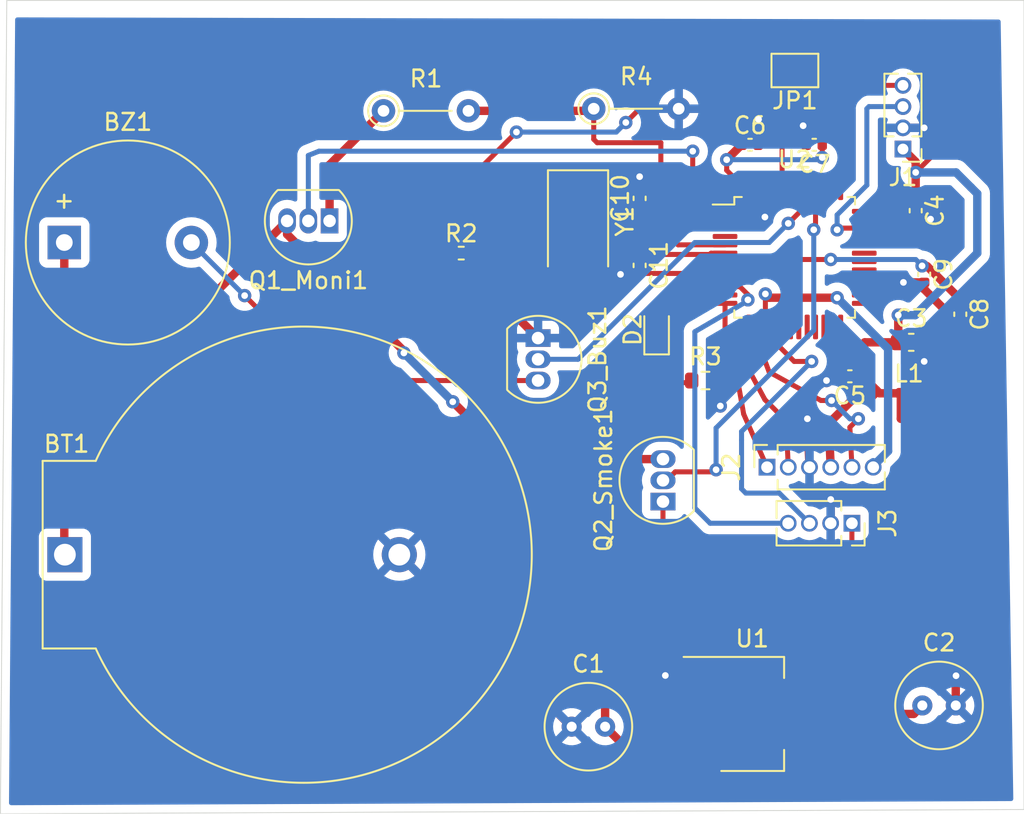
<source format=kicad_pcb>
(kicad_pcb (version 20211014) (generator pcbnew)
  (layers (0 "F.Cu" signal) (31 "B.Cu" signal) (34 "B.Paste" user) (35 "F.Paste" user) (36 "B.SilkS" user "B.Silkscreen") (37 "F.SilkS" user "F.Silkscreen") (38 "B.Mask" user) (39 "F.Mask" user) (44 "Edge.Cuts" user))
  (net 0 "")
  (net 1 "+5v")
  (net 2 "GND")
  (net 3 "Net-(BZ1-Pad2)")
  (net 4 "+3.3V")
  (net 5 "+3.3VA")
  (net 6 "/HSE_OUT")
  (net 7 "/HSE_IN")
  (net 8 "Net-(D2-Pad1)")
  (net 9 "/LED_STAT")
  (net 10 "SWDIO")
  (net 11 "SWCLK")
  (net 12 "PA6")
  (net 13 "PA0")
  (net 14 "PA2")
  (net 15 "PA3")
  (net 16 "PA4")
  (net 17 "PA5")
  (net 18 "/BOOT0")
  (net 19 "PC13")
  (net 20 "PB4")
  (net 21 "PB5")
  (net 22 "PC14")
  (net 46 "Net-(Q1_Moni1-Pad1)")
  (net 47 "Net-(J3-Pad1)")
  (footprint "Capacitor_SMD:C_0402_1005Metric" (layer "F.Cu") (at 159.893 78.613 -90)
    (fp_text reference "C4" (at 0 -1.16 90) (layer "F.SilkS"))
    (fp_text value "100n")
    (fp_line (start -0.107836 0.36) (end 0.107836 0.36) (layer "F.SilkS") (width 0.12))
    (fp_line (start -0.107836 -0.36) (end 0.107836 -0.36) (layer "F.SilkS") (width 0.12))
    (pad "1" smd roundrect (at -0.48 0 270) (size 0.56 0.62) (layers "F.Cu" "F.Paste" "F.Mask") (net 4 "+3.3V"))
    (pad "2" smd roundrect (at 0.48 0 270) (size 0.56 0.62) (layers "F.Cu" "F.Paste" "F.Mask") (net 2 "GND"))
  )
  (footprint "Package_TO_SOT_THT:TO-92_Inline" (layer "F.Cu") (at 137.308 86.233 -90)
    (fp_text reference "Q3_Buz1" (at 1.27 -3.56 90) (layer "F.SilkS"))
    (fp_text value "2N7000")
    (fp_line (start -0.53 1.85) (end 3.07 1.85) (layer "F.SilkS") (width 0.12))
    (fp_arc (start -0.568478 1.838478) (mid -1.132087 -0.994977) (end 1.27 -2.6) (layer "F.SilkS") (width 0.12))
    (fp_arc (start 1.27 -2.6) (mid 3.672087 -0.994977) (end 3.108478 1.838478) (layer "F.SilkS") (width 0.12))
    (pad "1" thru_hole rect (at 0 0 270) (size 1.05 1.5) (drill 0.75) (layers *.Cu *.Mask) (net 2 "GND"))
    (pad "2" thru_hole oval (at 1.27 0 270) (size 1.05 1.5) (drill 0.75) (layers *.Cu *.Mask) (net 21 "PB5"))
    (pad "3" thru_hole oval (at 2.54 0 270) (size 1.05 1.5) (drill 0.75) (layers *.Cu *.Mask) (net 3 "Net-(BZ1-Pad2)"))
  )
  (footprint "Capacitor_SMD:C_0402_1005Metric" (layer "F.Cu") (at 162.56 84.808 -90)
    (fp_text reference "C8" (at 0 -1.16 90) (layer "F.SilkS"))
    (fp_text value "1u")
    (fp_line (start -0.107836 0.36) (end 0.107836 0.36) (layer "F.SilkS") (width 0.12))
    (fp_line (start -0.107836 -0.36) (end 0.107836 -0.36) (layer "F.SilkS") (width 0.12))
    (pad "1" smd roundrect (at -0.48 0 270) (size 0.56 0.62) (layers "F.Cu" "F.Paste" "F.Mask") (net 5 "+3.3VA"))
    (pad "2" smd roundrect (at 0.48 0 270) (size 0.56 0.62) (layers "F.Cu" "F.Paste" "F.Mask") (net 2 "GND"))
  )
  (footprint "Capacitor_SMD:C_0402_1005Metric" (layer "F.Cu") (at 160.401 82.423 -90)
    (fp_text reference "C9" (at 0 -1.16 90) (layer "F.SilkS"))
    (fp_text value "100n")
    (fp_line (start -0.107836 0.36) (end 0.107836 0.36) (layer "F.SilkS") (width 0.12))
    (fp_line (start -0.107836 -0.36) (end 0.107836 -0.36) (layer "F.SilkS") (width 0.12))
    (pad "1" smd roundrect (at -0.48 0 270) (size 0.56 0.62) (layers "F.Cu" "F.Paste" "F.Mask") (net 5 "+3.3VA"))
    (pad "2" smd roundrect (at 0.48 0 270) (size 0.56 0.62) (layers "F.Cu" "F.Paste" "F.Mask") (net 2 "GND"))
  )
  (footprint "Resistor_SMD:R_0603_1608Metric" (layer "F.Cu") (at 147.32 88.773)
    (fp_text reference "R3" (at 0 -1.43) (layer "F.SilkS"))
    (fp_text value "1k5")
    (fp_line (start -0.237258 -0.5225) (end 0.237258 -0.5225) (layer "F.SilkS") (width 0.12))
    (fp_line (start -0.237258 0.5225) (end 0.237258 0.5225) (layer "F.SilkS") (width 0.12))
    (pad "1" smd roundrect (at -0.825 0) (size 0.8 0.95) (layers "F.Cu" "F.Paste" "F.Mask") (net 8 "Net-(D2-Pad1)"))
    (pad "2" smd roundrect (at 0.825 0) (size 0.8 0.95) (layers "F.Cu" "F.Paste" "F.Mask") (net 2 "GND"))
  )
  (footprint "Capacitor_THT:C_Radial_D5.0mm_H5.0mm_P2.00mm" (layer "F.Cu") (at 139.319 109.474)
    (fp_text reference "C1" (at 1 -3.75) (layer "F.SilkS"))
    (fp_text value "10u")
    (fp_circle (center 1 0) (end 3.62 0) (layer "F.SilkS") (width 0.12) (fill none))
    (pad "1" thru_hole circle (at 0 0) (size 1.2 1.2) (drill 0.6) (layers *.Cu *.Mask) (net 2 "GND"))
    (pad "2" thru_hole circle (at 2 0) (size 1.2 1.2) (drill 0.6) (layers *.Cu *.Mask) (net 1 "+5v"))
  )
  (footprint "Resistor_THT:R_Axial_DIN0204_L3.6mm_D1.6mm_P5.08mm_Vertical" (layer "F.Cu") (at 128.066 72.644)
    (fp_text reference "R1" (at 2.54 -1.92) (layer "F.SilkS"))
    (fp_text value "750R")
    (fp_line (start 0.92 0) (end 4.08 0) (layer "F.SilkS") (width 0.12))
    (fp_circle (center 0 0) (end 0.92 0) (layer "F.SilkS") (width 0.12) (fill none))
    (pad "1" thru_hole circle (at 0 0) (size 1.4 1.4) (drill 0.7) (layers *.Cu *.Mask) (net 46 "Net-(Q1_Moni1-Pad1)"))
    (pad "2" thru_hole oval (at 5.08 0) (size 1.4 1.4) (drill 0.7) (layers *.Cu *.Mask) (net 22 "PC14"))
  )
  (footprint "Package_TO_SOT_SMD:SOT-223-3_TabPin2" (layer "F.Cu") (at 150.114 108.712)
    (fp_text reference "U1" (at 0 -4.5) (layer "F.SilkS"))
    (fp_text value "HT7333-7")
    (fp_line (start -4.1 -3.41) (end 1.91 -3.41) (layer "F.SilkS") (width 0.12))
    (fp_line (start 1.91 3.41) (end 1.91 2.15) (layer "F.SilkS") (width 0.12))
    (fp_line (start -1.85 3.41) (end 1.91 3.41) (layer "F.SilkS") (width 0.12))
    (fp_line (start 1.91 -3.41) (end 1.91 -2.15) (layer "F.SilkS") (width 0.12))
    (pad "1" smd rect (at -3.15 -2.3) (size 2 1.5) (layers "F.Cu" "F.Paste" "F.Mask") (net 2 "GND"))
    (pad "2" smd rect (at -3.15 0) (size 2 1.5) (layers "F.Cu" "F.Paste" "F.Mask") (net 4 "+3.3V"))
    (pad "2" smd rect (at 3.15 0) (size 2 3.8) (layers "F.Cu" "F.Paste" "F.Mask") (net 4 "+3.3V"))
    (pad "3" smd rect (at -3.15 2.3) (size 2 1.5) (layers "F.Cu" "F.Paste" "F.Mask") (net 1 "+5v"))
  )
  (footprint "Package_TO_SOT_THT:TO-92_Inline" (layer "F.Cu") (at 124.841 79.227 180)
    (fp_text reference "Q1_Moni1" (at 1.27 -3.56) (layer "F.SilkS"))
    (fp_text value "2N7000")
    (fp_line (start -0.53 1.85) (end 3.07 1.85) (layer "F.SilkS") (width 0.12))
    (fp_arc (start -0.568478 1.838478) (mid -1.132087 -0.994977) (end 1.27 -2.6) (layer "F.SilkS") (width 0.12))
    (fp_arc (start 1.27 -2.6) (mid 3.672087 -0.994977) (end 3.108478 1.838478) (layer "F.SilkS") (width 0.12))
    (pad "1" thru_hole rect (at 0 0 180) (size 1.05 1.5) (drill 0.75) (layers *.Cu *.Mask) (net 46 "Net-(Q1_Moni1-Pad1)"))
    (pad "2" thru_hole oval (at 1.27 0 180) (size 1.05 1.5) (drill 0.75) (layers *.Cu *.Mask) (net 19 "PC13"))
    (pad "3" thru_hole oval (at 2.54 0 180) (size 1.05 1.5) (drill 0.75) (layers *.Cu *.Mask) (net 1 "+5v"))
  )
  (footprint "LED_SMD:LED_0603_1608Metric" (layer "F.Cu") (at 144.399 85.725 90)
    (fp_text reference "D2" (at 0 -1.43 90) (layer "F.SilkS"))
    (fp_text value "BLUE")
    (fp_line (start -1.485 -0.735) (end -1.485 0.735) (layer "F.SilkS") (width 0.12))
    (fp_line (start -1.485 0.735) (end 0.8 0.735) (layer "F.SilkS") (width 0.12))
    (fp_line (start 0.8 -0.735) (end -1.485 -0.735) (layer "F.SilkS") (width 0.12))
    (pad "1" smd roundrect (at -0.7875 0 90) (size 0.875 0.95) (layers "F.Cu" "F.Paste" "F.Mask") (net 8 "Net-(D2-Pad1)"))
    (pad "2" smd roundrect (at 0.7875 0 90) (size 0.875 0.95) (layers "F.Cu" "F.Paste" "F.Mask") (net 9 "/LED_STAT"))
  )
  (footprint "Jumper:SolderJumper-2_P1.3mm_Open_Pad1.0x1.5mm" (layer "F.Cu") (at 152.669 70.231 180)
    (fp_text reference "JP1" (at 0 -1.8) (layer "F.SilkS"))
    (fp_text value "SolderJumper_2_Open")
    (fp_line (start 1.4 -1) (end 1.4 1) (layer "F.SilkS") (width 0.12))
    (fp_line (start -1.4 -1) (end 1.4 -1) (layer "F.SilkS") (width 0.12))
    (fp_line (start 1.4 1) (end -1.4 1) (layer "F.SilkS") (width 0.12))
    (fp_line (start -1.4 1) (end -1.4 -1) (layer "F.SilkS") (width 0.12))
    (pad "1" smd rect (at -0.65 0 180) (size 1 1.5) (layers "F.Cu" "F.Mask") (net 4 "+3.3V"))
    (pad "2" smd rect (at 0.65 0 180) (size 1 1.5) (layers "F.Cu" "F.Mask") (net 18 "/BOOT0"))
  )
  (footprint "Resistor_SMD:R_0402_1005Metric" (layer "F.Cu") (at 132.715 81.153)
    (fp_text reference "R2" (at 0 -1.17) (layer "F.SilkS"))
    (fp_text value "10k")
    (fp_line (start -0.153641 -0.38) (end 0.153641 -0.38) (layer "F.SilkS") (width 0.12))
    (fp_line (start -0.153641 0.38) (end 0.153641 0.38) (layer "F.SilkS") (width 0.12))
    (pad "1" smd roundrect (at -0.51 0) (size 0.54 0.64) (layers "F.Cu" "F.Paste" "F.Mask") (net 18 "/BOOT0"))
    (pad "2" smd roundrect (at 0.51 0) (size 0.54 0.64) (layers "F.Cu" "F.Paste" "F.Mask") (net 2 "GND"))
  )
  (footprint "Connector_PinSocket_1.27mm:PinSocket_1x06_P1.27mm_Vertical" (layer "F.Cu") (at 151.003 93.955 90)
    (fp_text reference "J2" (at 0 -2.135 90) (layer "F.SilkS"))
    (fp_text value "Conn_01x06")
    (fp_line (start -1.33 0.635) (end -1.33 7.045) (layer "F.SilkS") (width 0.12))
    (fp_line (start -1.33 7.045) (end -0.30753 7.045) (layer "F.SilkS") (width 0.12))
    (fp_line (start 1.33 0.635) (end 1.33 7.045) (layer "F.SilkS") (width 0.12))
    (fp_line (start 0.30753 7.045) (end 1.33 7.045) (layer "F.SilkS") (width 0.12))
    (fp_line (start -1.33 0.635) (end -0.76 0.635) (layer "F.SilkS") (width 0.12))
    (fp_line (start 1.33 -0.76) (end 1.33 0) (layer "F.SilkS") (width 0.12))
    (fp_line (start 0.76 0.635) (end 1.33 0.635) (layer "F.SilkS") (width 0.12))
    (fp_line (start 0 -0.76) (end 1.33 -0.76) (layer "F.SilkS") (width 0.12))
    (pad "1" thru_hole rect (at 0 0 90) (size 1 1) (drill 0.7) (layers *.Cu *.Mask) (net 14 "PA2"))
    (pad "2" thru_hole oval (at 0 1.27 90) (size 1 1) (drill 0.7) (layers *.Cu *.Mask) (net 15 "PA3"))
    (pad "3" thru_hole oval (at 0 2.54 90) (size 1 1) (drill 0.7) (layers *.Cu *.Mask) (net 2 "GND"))
    (pad "4" thru_hole oval (at 0 3.81 90) (size 1 1) (drill 0.7) (layers *.Cu *.Mask) (net 4 "+3.3V"))
    (pad "5" thru_hole oval (at 0 5.08 90) (size 1 1) (drill 0.7) (layers *.Cu *.Mask) (net 16 "PA4"))
    (pad "6" thru_hole oval (at 0 6.35 90) (size 1 1) (drill 0.7) (layers *.Cu *.Mask) (net 17 "PA5"))
  )
  (footprint "Capacitor_SMD:C_0402_1005Metric" (layer "F.Cu") (at 143.383 77.879 90)
    (fp_text reference "C10" (at 0 -1.16 90) (layer "F.SilkS"))
    (fp_text value "30p")
    (fp_line (start -0.107836 -0.36) (end 0.107836 -0.36) (layer "F.SilkS") (width 0.12))
    (fp_line (start -0.107836 0.36) (end 0.107836 0.36) (layer "F.SilkS") (width 0.12))
    (pad "1" smd roundrect (at -0.48 0 90) (size 0.56 0.62) (layers "F.Cu" "F.Paste" "F.Mask") (net 6 "/HSE_OUT"))
    (pad "2" smd roundrect (at 0.48 0 90) (size 0.56 0.62) (layers "F.Cu" "F.Paste" "F.Mask") (net 2 "GND"))
  )
  (footprint "Buzzer_Beeper:Buzzer_12x9.5RM7.6" (layer "F.Cu") (at 108.976 80.518)
    (fp_text reference "BZ1" (at 3.8 -7.2) (layer "F.SilkS"))
    (fp_text value "Buzzer")
    (fp_text user "+" (at -0.01 -2.54) (layer "F.SilkS"))
    (fp_circle (center 3.8 0) (end 9.9 0) (layer "F.SilkS") (width 0.12) (fill none))
    (pad "1" thru_hole rect (at 0 0) (size 2 2) (drill 1) (layers *.Cu *.Mask) (net 1 "+5v"))
    (pad "2" thru_hole circle (at 7.6 0) (size 2 2) (drill 1) (layers *.Cu *.Mask) (net 3 "Net-(BZ1-Pad2)"))
  )
  (footprint "Crystal:Crystal_SMD_5032-2Pin_5.0x3.2mm" (layer "F.Cu") (at 139.7 79.248 -90)
    (fp_text reference "Y1" (at 0 -2.8 90) (layer "F.SilkS"))
    (fp_text value "8MHz")
    (fp_line (start -3.05 -1.8) (end -3.05 1.8) (layer "F.SilkS") (width 0.12))
    (fp_line (start 2.7 -1.8) (end -3.05 -1.8) (layer "F.SilkS") (width 0.12))
    (fp_line (start -3.05 1.8) (end 2.7 1.8) (layer "F.SilkS") (width 0.12))
    (pad "1" smd rect (at -1.85 0 270) (size 2 2.4) (layers "F.Cu" "F.Paste" "F.Mask") (net 6 "/HSE_OUT"))
    (pad "2" smd rect (at 1.85 0 270) (size 2 2.4) (layers "F.Cu" "F.Paste" "F.Mask") (net 7 "/HSE_IN"))
  )
  (footprint "Capacitor_SMD:C_0402_1005Metric" (layer "F.Cu") (at 149.987 74.676)
    (fp_text reference "C6" (at 0 -1.16) (layer "F.SilkS"))
    (fp_text value "100n")
    (fp_line (start -0.107836 -0.36) (end 0.107836 -0.36) (layer "F.SilkS") (width 0.12))
    (fp_line (start -0.107836 0.36) (end 0.107836 0.36) (layer "F.SilkS") (width 0.12))
    (pad "1" smd roundrect (at -0.48 0) (size 0.56 0.62) (layers "F.Cu" "F.Paste" "F.Mask") (net 4 "+3.3V"))
    (pad "2" smd roundrect (at 0.48 0) (size 0.56 0.62) (layers "F.Cu" "F.Paste" "F.Mask") (net 2 "GND"))
  )
  (footprint "Inductor_SMD:L_0402_1005Metric" (layer "F.Cu") (at 159.489 89.535)
    (fp_text reference "L1" (at 0 -1.17) (layer "F.SilkS"))
    (fp_text value "27n")
    (pad "1" smd roundrect (at -0.485 0) (size 0.59 0.64) (layers "F.Cu" "F.Paste" "F.Mask") (net 4 "+3.3V"))
    (pad "2" smd roundrect (at 0.485 0) (size 0.59 0.64) (layers "F.Cu" "F.Paste" "F.Mask") (net 5 "+3.3VA"))
  )
  (footprint "Capacitor_THT:C_Radial_D5.0mm_H5.0mm_P2.00mm" (layer "F.Cu") (at 160.29 108.204)
    (fp_text reference "C2" (at 1 -3.75) (layer "F.SilkS"))
    (fp_text value "10u")
    (fp_circle (center 1 0) (end 3.62 0) (layer "F.SilkS") (width 0.12) (fill none))
    (pad "1" thru_hole circle (at 0 0) (size 1.2 1.2) (drill 0.6) (layers *.Cu *.Mask) (net 4 "+3.3V"))
    (pad "2" thru_hole circle (at 2 0) (size 1.2 1.2) (drill 0.6) (layers *.Cu *.Mask) (net 2 "GND"))
  )
  (footprint "Capacitor_SMD:C_0603_1608Metric" (layer "F.Cu") (at 159.626 86.487)
    (fp_text reference "C3" (at 0 -1.43) (layer "F.SilkS"))
    (fp_text value "4u7")
    (fp_line (start -0.14058 -0.51) (end 0.14058 -0.51) (layer "F.SilkS") (width 0.12))
    (fp_line (start -0.14058 0.51) (end 0.14058 0.51) (layer "F.SilkS") (width 0.12))
    (pad "1" smd roundrect (at -0.775 0) (size 0.9 0.95) (layers "F.Cu" "F.Paste" "F.Mask") (net 4 "+3.3V"))
    (pad "2" smd roundrect (at 0.775 0) (size 0.9 0.95) (layers "F.Cu" "F.Paste" "F.Mask") (net 2 "GND"))
  )
  (footprint "Capacitor_SMD:C_0402_1005Metric" (layer "F.Cu") (at 153.825 74.676 180)
    (fp_text reference "C7" (at 0 -1.16) (layer "F.SilkS"))
    (fp_text value "100n")
    (fp_line (start -0.107836 -0.36) (end 0.107836 -0.36) (layer "F.SilkS") (width 0.12))
    (fp_line (start -0.107836 0.36) (end 0.107836 0.36) (layer "F.SilkS") (width 0.12))
    (pad "1" smd roundrect (at -0.48 0 180) (size 0.56 0.62) (layers "F.Cu" "F.Paste" "F.Mask") (net 4 "+3.3V"))
    (pad "2" smd roundrect (at 0.48 0 180) (size 0.56 0.62) (layers "F.Cu" "F.Paste" "F.Mask") (net 2 "GND"))
  )
  (footprint "Package_QFP:LQFP-48_7x7mm_P0.5mm" (layer "F.Cu") (at 152.654 81.407)
    (fp_text reference "U2" (at 0 -5.85) (layer "F.SilkS"))
    (fp_text value "STM32F103C6T6")
    (fp_line (start 3.16 3.61) (end 3.61 3.61) (layer "F.SilkS") (width 0.12))
    (fp_line (start 3.16 -3.61) (end 3.61 -3.61) (layer "F.SilkS") (width 0.12))
    (fp_line (start -3.61 3.61) (end -3.61 3.16) (layer "F.SilkS") (width 0.12))
    (fp_line (start 3.61 3.61) (end 3.61 3.16) (layer "F.SilkS") (width 0.12))
    (fp_line (start 3.61 -3.61) (end 3.61 -3.16) (layer "F.SilkS") (width 0.12))
    (fp_line (start -3.61 -3.61) (end -3.61 -3.16) (layer "F.SilkS") (width 0.12))
    (fp_line (start -3.16 -3.61) (end -3.61 -3.61) (layer "F.SilkS") (width 0.12))
    (fp_line (start -3.16 3.61) (end -3.61 3.61) (layer "F.SilkS") (width 0.12))
    (fp_line (start -3.61 -3.16) (end -4.9 -3.16) (layer "F.SilkS") (width 0.12))
    (pad "1" smd roundrect (at -4.1625 -2.75) (size 1.475 0.3) (layers "F.Cu" "F.Paste" "F.Mask") (net 4 "+3.3V"))
    (pad "2" smd roundrect (at -4.1625 -2.25) (size 1.475 0.3) (layers "F.Cu" "F.Paste" "F.Mask") (net 19 "PC13"))
    (pad "3" smd roundrect (at -4.1625 -1.75) (size 1.475 0.3) (layers "F.Cu" "F.Paste" "F.Mask") (net 22 "PC14"))
    (pad "4" smd roundrect (at -4.1625 -1.25) (size 1.475 0.3) (layers "F.Cu" "F.Paste" "F.Mask"))
    (pad "5" smd roundrect (at -4.1625 -0.75) (size 1.475 0.3) (layers "F.Cu" "F.Paste" "F.Mask") (net 6 "/HSE_OUT"))
    (pad "6" smd roundrect (at -4.1625 -0.25) (size 1.475 0.3) (layers "F.Cu" "F.Paste" "F.Mask") (net 7 "/HSE_IN"))
    (pad "7" smd roundrect (at -4.1625 0.25) (size 1.475 0.3) (layers "F.Cu" "F.Paste" "F.Mask"))
    (pad "8" smd roundrect (at -4.1625 0.75) (size 1.475 0.3) (layers "F.Cu" "F.Paste" "F.Mask") (net 2 "GND"))
    (pad "9" smd roundrect (at -4.1625 1.25) (size 1.475 0.3) (layers "F.Cu" "F.Paste" "F.Mask") (net 5 "+3.3VA"))
    (pad "10" smd roundrect (at -4.1625 1.75) (size 1.475 0.3) (layers "F.Cu" "F.Paste" "F.Mask") (net 13 "PA0"))
    (pad "11" smd roundrect (at -4.1625 2.25) (size 1.475 0.3) (layers "F.Cu" "F.Paste" "F.Mask") (net 9 "/LED_STAT"))
    (pad "12" smd roundrect (at -4.1625 2.75) (size 1.475 0.3) (layers "F.Cu" "F.Paste" "F.Mask") (net 14 "PA2"))
    (pad "13" smd roundrect (at -2.75 4.1625) (size 0.3 1.475) (layers "F.Cu" "F.Paste" "F.Mask") (net 15 "PA3"))
    (pad "14" smd roundrect (at -2.25 4.1625) (size 0.3 1.475) (layers "F.Cu" "F.Paste" "F.Mask") (net 16 "PA4"))
    (pad "15" smd roundrect (at -1.75 4.1625) (size 0.3 1.475) (layers "F.Cu" "F.Paste" "F.Mask") (net 17 "PA5"))
    (pad "16" smd roundrect (at -1.25 4.1625) (size 0.3 1.475) (layers "F.Cu" "F.Paste" "F.Mask") (net 12 "PA6"))
    (pad "17" smd roundrect (at -0.75 4.1625) (size 0.3 1.475) (layers "F.Cu" "F.Paste" "F.Mask"))
    (pad "18" smd roundrect (at -0.25 4.1625) (size 0.3 1.475) (layers "F.Cu" "F.Paste" "F.Mask"))
    (pad "19" smd roundrect (at 0.25 4.1625) (size 0.3 1.475) (layers "F.Cu" "F.Paste" "F.Mask"))
    (pad "20" smd roundrect (at 0.75 4.1625) (size 0.3 1.475) (layers "F.Cu" "F.Paste" "F.Mask"))
    (pad "21" smd roundrect (at 1.25 4.1625) (size 0.3 1.475) (layers "F.Cu" "F.Paste" "F.Mask"))
    (pad "22" smd roundrect (at 1.75 4.1625) (size 0.3 1.475) (layers "F.Cu" "F.Paste" "F.Mask"))
    (pad "23" smd roundrect (at 2.25 4.1625) (size 0.3 1.475) (layers "F.Cu" "F.Paste" "F.Mask") (net 2 "GND"))
    (pad "24" smd roundrect (at 2.75 4.1625) (size 0.3 1.475) (layers "F.Cu" "F.Paste" "F.Mask") (net 4 "+3.3V"))
    (pad "25" smd roundrect (at 4.1625 2.75) (size 1.475 0.3) (layers "F.Cu" "F.Paste" "F.Mask"))
    (pad "26" smd roundrect (at 4.1625 2.25) (size 1.475 0.3) (layers "F.Cu" "F.Paste" "F.Mask"))
    (pad "27" smd roundrect (at 4.1625 1.75) (size 1.475 0.3) (layers "F.Cu" "F.Paste" "F.Mask"))
    (pad "28" smd roundrect (at 4.1625 1.25) (size 1.475 0.3) (layers "F.Cu" "F.Paste" "F.Mask"))
    (pad "29" smd roundrect (at 4.1625 0.75) (size 1.475 0.3) (layers "F.Cu" "F.Paste" "F.Mask"))
    (pad "30" smd roundrect (at 4.1625 0.25) (size 1.475 0.3) (layers "F.Cu" "F.Paste" "F.Mask"))
    (pad "31" smd roundrect (at 4.1625 -0.25) (size 1.475 0.3) (layers "F.Cu" "F.Paste" "F.Mask"))
    (pad "32" smd roundrect (at 4.1625 -0.75) (size 1.475 0.3) (layers "F.Cu" "F.Paste" "F.Mask"))
    (pad "33" smd roundrect (at 4.1625 -1.25) (size 1.475 0.3) (layers "F.Cu" "F.Paste" "F.Mask"))
    (pad "34" smd roundrect (at 4.1625 -1.75) (size 1.475 0.3) (layers "F.Cu" "F.Paste" "F.Mask") (net 10 "SWDIO"))
    (pad "35" smd roundrect (at 4.1625 -2.25) (size 1.475 0.3) (layers "F.Cu" "F.Paste" "F.Mask") (net 2 "GND"))
    (pad "36" smd roundrect (at 4.1625 -2.75) (size 1.475 0.3) (layers "F.Cu" "F.Paste" "F.Mask") (net 4 "+3.3V"))
    (pad "37" smd roundrect (at 2.75 -4.1625) (size 0.3 1.475) (layers "F.Cu" "F.Paste" "F.Mask") (net 11 "SWCLK"))
    (pad "38" smd roundrect (at 2.25 -4.1625) (size 0.3 1.475) (layers "F.Cu" "F.Paste" "F.Mask"))
    (pad "39" smd roundrect (at 1.75 -4.1625) (size 0.3 1.475) (layers "F.Cu" "F.Paste" "F.Mask"))
    (pad "40" smd roundrect (at 1.25 -4.1625) (size 0.3 1.475) (layers "F.Cu" "F.Paste" "F.Mask") (net 20 "PB4"))
    (pad "41" smd roundrect (at 0.75 -4.1625) (size 0.3 1.475) (layers "F.Cu" "F.Paste" "F.Mask") (net 21 "PB5"))
    (pad "42" smd roundrect (at 0.25 -4.1625) (size 0.3 1.475) (layers "F.Cu" "F.Paste" "F.Mask"))
    (pad "43" smd roundrect (at -0.25 -4.1625) (size 0.3 1.475) (layers "F.Cu" "F.Paste" "F.Mask"))
    (pad "44" smd roundrect (at -0.75 -4.1625) (size 0.3 1.475) (layers "F.Cu" "F.Paste" "F.Mask") (net 18 "/BOOT0"))
    (pad "45" smd roundrect (at -1.25 -4.1625) (size 0.3 1.475) (layers "F.Cu" "F.Paste" "F.Mask"))
    (pad "46" smd roundrect (at -1.75 -4.1625) (size 0.3 1.475) (layers "F.Cu" "F.Paste" "F.Mask"))
    (pad "47" smd roundrect (at -2.25 -4.1625) (size 0.3 1.475) (layers "F.Cu" "F.Paste" "F.Mask") (net 2 "GND"))
    (pad "48" smd roundrect (at -2.75 -4.1625) (size 0.3 1.475) (layers "F.Cu" "F.Paste" "F.Mask") (net 4 "+3.3V"))
  )
  (footprint "Package_TO_SOT_THT:TO-92_Inline" (layer "F.Cu") (at 144.78 96.012 90)
    (fp_text reference "Q2_Smoke1" (at 1.27 -3.56 90) (layer "F.SilkS"))
    (fp_text value "2N7000")
    (fp_line (start -0.53 1.85) (end 3.07 1.85) (layer "F.SilkS") (width 0.12))
    (fp_arc (start 1.27 -2.6) (mid 3.672087 -0.994977) (end 3.108478 1.838478) (layer "F.SilkS") (width 0.12))
    (fp_arc (start -0.568478 1.838478) (mid -1.132087 -0.994977) (end 1.27 -2.6) (layer "F.SilkS") (width 0.12))
    (pad "1" thru_hole rect (at 0 0 90) (size 1.05 1.5) (drill 0.75) (layers *.Cu *.Mask) (net 47 "Net-(J3-Pad1)"))
    (pad "2" thru_hole oval (at 1.27 0 90) (size 1.05 1.5) (drill 0.75) (layers *.Cu *.Mask) (net 20 "PB4"))
    (pad "3" thru_hole oval (at 2.54 0 90) (size 1.05 1.5) (drill 0.75) (layers *.Cu *.Mask) (net 1 "+5v"))
  )
  (footprint "Capacitor_SMD:C_0402_1005Metric" (layer "F.Cu") (at 155.956 88.519 180)
    (fp_text reference "C5" (at 0 -1.16) (layer "F.SilkS"))
    (fp_text value "100n")
    (fp_line (start -0.107836 -0.36) (end 0.107836 -0.36) (layer "F.SilkS") (width 0.12))
    (fp_line (start -0.107836 0.36) (end 0.107836 0.36) (layer "F.SilkS") (width 0.12))
    (pad "1" smd roundrect (at -0.48 0 180) (size 0.56 0.62) (layers "F.Cu" "F.Paste" "F.Mask") (net 4 "+3.3V"))
    (pad "2" smd roundrect (at 0.48 0 180) (size 0.56 0.62) (layers "F.Cu" "F.Paste" "F.Mask") (net 2 "GND"))
  )
  (footprint "Capacitor_SMD:C_0402_1005Metric" (layer "F.Cu") (at 143.383 81.887 -90)
    (fp_text reference "C11" (at 0 -1.16 90) (layer "F.SilkS"))
    (fp_text value "30p")
    (fp_line (start -0.107836 -0.36) (end 0.107836 -0.36) (layer "F.SilkS") (width 0.12))
    (fp_line (start -0.107836 0.36) (end 0.107836 0.36) (layer "F.SilkS") (width 0.12))
    (pad "1" smd roundrect (at -0.48 0 270) (size 0.56 0.62) (layers "F.Cu" "F.Paste" "F.Mask") (net 7 "/HSE_IN"))
    (pad "2" smd roundrect (at 0.48 0 270) (size 0.56 0.62) (layers "F.Cu" "F.Paste" "F.Mask") (net 2 "GND"))
  )
  (footprint "Connector_PinHeader_1.27mm:PinHeader_1x04_P1.27mm_Vertical" (layer "F.Cu") (at 159.131 74.93 180)
    (fp_text reference "J1" (at 0 -1.695) (layer "F.SilkS"))
    (fp_text value "Conn_01x04")
    (fp_line (start -1.11 0) (end -1.11 -0.76) (layer "F.SilkS") (width 0.12))
    (fp_line (start -1.11 4.505) (end -0.30753 4.505) (layer "F.SilkS") (width 0.12))
    (fp_line (start 1.11 0.76) (end 1.11 4.505) (layer "F.SilkS") (width 0.12))
    (fp_line (start 0.563471 0.76) (end 1.11 0.76) (layer "F.SilkS") (width 0.12))
    (fp_line (start -1.11 -0.76) (end 0 -0.76) (layer "F.SilkS") (width 0.12))
    (fp_line (start -1.11 0.76) (end -1.11 4.505) (layer "F.SilkS") (width 0.12))
    (fp_line (start -1.11 0.76) (end -0.563471 0.76) (layer "F.SilkS") (width 0.12))
    (fp_line (start 0.30753 4.505) (end 1.11 4.505) (layer "F.SilkS") (width 0.12))
    (pad "1" thru_hole rect (at 0 0 180) (size 1 1) (drill 0.65) (layers *.Cu *.Mask) (net 4 "+3.3V"))
    (pad "2" thru_hole oval (at 0 1.27 180) (size 1 1) (drill 0.65) (layers *.Cu *.Mask) (net 2 "GND"))
    (pad "3" thru_hole oval (at 0 2.54 180) (size 1 1) (drill 0.65) (layers *.Cu *.Mask) (net 10 "SWDIO"))
    (pad "4" thru_hole oval (at 0 3.81 180) (size 1 1) (drill 0.65) (layers *.Cu *.Mask) (net 11 "SWCLK"))
  )
  (footprint "Connector_PinSocket_1.27mm:PinSocket_1x04_P1.27mm_Vertical" (layer "F.Cu") (at 156.078 97.307 -90)
    (fp_text reference "J3" (at 0 -2.135 90) (layer "F.SilkS"))
    (fp_text value "Conn_01x04")
    (fp_line (start 0 -0.76) (end 1.33 -0.76) (layer "F.SilkS") (width 0.12))
    (fp_line (start 1.33 -0.76) (end 1.33 0) (layer "F.SilkS") (width 0.12))
    (fp_line (start -1.33 4.505) (end -0.30753 4.505) (layer "F.SilkS") (width 0.12))
    (fp_line (start -1.33 0.635) (end -0.76 0.635) (layer "F.SilkS") (width 0.12))
    (fp_line (start 0.76 0.635) (end 1.33 0.635) (layer "F.SilkS") (width 0.12))
    (fp_line (start 1.33 0.635) (end 1.33 4.505) (layer "F.SilkS") (width 0.12))
    (fp_line (start -1.33 0.635) (end -1.33 4.505) (layer "F.SilkS") (width 0.12))
    (fp_line (start 0.30753 4.505) (end 1.33 4.505) (layer "F.SilkS") (width 0.12))
    (pad "1" thru_hole rect (at 0 0 270) (size 1 1) (drill 0.7) (layers *.Cu *.Mask) (net 47 "Net-(J3-Pad1)"))
    (pad "2" thru_hole oval (at 0 1.27 270) (size 1 1) (drill 0.7) (layers *.Cu *.Mask) (net 2 "GND"))
    (pad "3" thru_hole oval (at 0 2.54 270) (size 1 1) (drill 0.7) (layers *.Cu *.Mask) (net 12 "PA6"))
    (pad "4" thru_hole oval (at 0 3.81 270) (size 1 1) (drill 0.7) (layers *.Cu *.Mask) (net 13 "PA0"))
  )
  (footprint "Battery:BatteryHolder_ComfortableElectronic_CH273-2450_1x2450" (layer "F.Cu") (at 109.011914 99.187)
    (fp_text reference "BT1" (at 0.1 -6.62) (layer "F.SilkS"))
    (fp_text value "+5V")
    (fp_line (start -1.33 -5.61) (end 1.845 -5.61) (layer "F.SilkS") (width 0.12))
    (fp_line (start 1.845 5.61) (end -1.33 5.61) (layer "F.SilkS") (width 0.12))
    (fp_line (start -1.33 5.61) (end -1.33 -5.61) (layer "F.SilkS") (width 0.12))
    (fp_arc (start 1.845 -5.61) (mid 27.921896 0) (end 1.845 5.61) (layer "F.SilkS") (width 0.12))
    (pad "1" thru_hole rect (at 0 0 270) (size 2.1 2.1) (drill 1.3) (layers *.Cu *.Mask) (net 1 "+5v"))
    (pad "2" thru_hole circle (at 20 0 270) (size 2.1 2.1) (drill 1.3) (layers *.Cu *.Mask) (net 2 "GND"))
  )
  (footprint "Resistor_THT:R_Axial_DIN0204_L3.6mm_D1.6mm_P5.08mm_Vertical" (layer "F.Cu") (at 140.639 72.517)
    (fp_text reference "R4" (at 2.54 -1.92) (layer "F.SilkS"))
    (fp_text value "500R")
    (fp_line (start 0.92 0) (end 4.08 0) (layer "F.SilkS") (width 0.12))
    (fp_circle (center 0 0) (end 0.92 0) (layer "F.SilkS") (width 0.12) (fill none))
    (pad "1" thru_hole circle (at 0 0) (size 1.4 1.4) (drill 0.7) (layers *.Cu *.Mask) (net 22 "PC14"))
    (pad "2" thru_hole oval (at 5.08 0) (size 1.4 1.4) (drill 0.7) (layers *.Cu *.Mask) (net 2 "GND"))
  )
  (gr_poly (pts (xy 166.37 114.427) (xy 105.156 114.681) (xy 105.537 66.04) (xy 166.37 66.04)) (layer "Edge.Cuts") (width 0.05) (fill none))
  (segment (start 122.301 79.227) (end 117.444 84.084) (width 0.5) (layer "F.Cu") (net 1))
  (segment (start 141.319 108.172) (end 138.938 105.791) (width 0.5) (layer "F.Cu") (net 1))
  (segment (start 142.857 111.012) (end 146.964 111.012) (width 0.5) (layer "F.Cu") (net 1))
  (segment (start 122.301 80.027) (end 129.286 87.012) (width 0.5) (layer "F.Cu") (net 1))
  (segment (start 138.811 93.599) (end 138.938 93.472) (width 0.5) (layer "F.Cu") (net 1))
  (segment (start 132.207 90.043) (end 135.763 93.599) (width 0.5) (layer "F.Cu") (net 1))
  (segment (start 129.286 87.012) (end 129.286 87.122) (width 0.5) (layer "F.Cu") (net 1))
  (segment (start 141.319 109.474) (end 141.319 108.172) (width 0.5) (layer "F.Cu") (net 1))
  (segment (start 108.976 84.084) (end 108.976 99.151086) (width 0.5) (layer "F.Cu") (net 1))
  (segment (start 138.938 93.472) (end 144.78 93.472) (width 0.5) (layer "F.Cu") (net 1))
  (segment (start 117.444 84.084) (end 108.976 84.084) (width 0.5) (layer "F.Cu") (net 1))
  (segment (start 108.976 99.151086) (end 109.011914 99.187) (width 0.5) (layer "F.Cu") (net 1))
  (segment (start 135.763 93.599) (end 138.811 93.599) (width 0.5) (layer "F.Cu") (net 1))
  (segment (start 122.301 79.227) (end 122.301 80.027) (width 0.5) (layer "F.Cu") (net 1))
  (segment (start 108.976 80.518) (end 108.976 84.084) (width 0.5) (layer "F.Cu") (net 1))
  (segment (start 141.319 109.474) (end 142.857 111.012) (width 0.5) (layer "F.Cu") (net 1))
  (segment (start 138.938 105.791) (end 138.938 93.472) (width 0.5) (layer "F.Cu") (net 1))
  (via (at 132.207 90.043) (size 0.8) (drill 0.4) (layers "F.Cu" "B.Cu") (net 1))
  (via (at 129.286 87.122) (size 0.8) (drill 0.4) (layers "F.Cu" "B.Cu") (net 1))
  (segment (start 129.286 87.122) (end 132.207 90.043) (width 0.5) (layer "B.Cu") (net 1))
  (segment (start 133.225 82.15) (end 137.308 86.233) (width 0.5) (layer "F.Cu") (net 2))
  (segment (start 150.404 78.522) (end 150.876 78.994) (width 0.3) (layer "F.Cu") (net 2))
  (segment (start 160.401 82.903) (end 159.159 82.903) (width 0.5) (layer "F.Cu") (net 2))
  (segment (start 150.467 73.18) (end 150.495 73.152) (width 0.5) (layer "F.Cu") (net 2))
  (segment (start 160.401 82.903) (end 160.401 83.312707) (width 0.5) (layer "F.Cu") (net 2))
  (segment (start 136.133957 106.309043) (end 139.298914 109.474) (width 0.5) (layer "F.Cu") (net 2))
  (segment (start 155.476 88.519) (end 154.813 88.519) (width 0.3) (layer "F.Cu") (net 2))
  (segment (start 159.829 79.157) (end 159.893 79.093) (width 0.3) (layer "F.Cu") (net 2))
  (segment (start 156.8165 79.157) (end 159.829 79.157) (width 0.3) (layer "F.Cu") (net 2))
  (segment (start 161.361 86.487) (end 162.56 85.288) (width 0.5) (layer "F.Cu") (net 2))
  (segment (start 133.225 81.153) (end 133.225 82.15) (width 0.5) (layer "F.Cu") (net 2))
  (segment (start 142.55 82.367) (end 142.494 82.423) (width 0.5) (layer "F.Cu") (net 2))
  (segment (start 160.401 83.312707) (end 162.376293 85.288) (width 0.5) (layer "F.Cu") (net 2))
  (segment (start 153.345 73.716) (end 153.162 73.533) (width 0.5) (layer "F.Cu") (net 2))
  (segment (start 148.145 88.773) (end 148.145 90.233) (width 0.5) (layer "F.Cu") (net 2))
  (segment (start 162.376293 85.288) (end 162.56 85.288) (width 0.5) (layer "F.Cu") (net 2))
  (segment (start 159.893 79.093) (end 160.754 79.093) (width 0.3) (layer "F.Cu") (net 2))
  (segment (start 150.467 74.492293) (end 150.467 74.676) (width 0.5) (layer "F.Cu") (net 2))
  (segment (start 153.543 93.955) (end 153.416 91.059) (width 0.5) (layer "F.Cu") (net 2))
  (segment (start 148.145 90.233) (end 148.209 90.297) (width 0.5) (layer "F.Cu") (net 2))
  (segment (start 147.122 82.367) (end 143.383 82.367) (width 0.3) (layer "F.Cu") (net 2))
  (segment (start 154.808 97.307) (end 154.808 95.89) (width 0.5) (layer "F.Cu") (net 2))
  (segment (start 162.29 106.442) (end 162.306 106.426) (width 0.5) (layer "F.Cu") (net 2))
  (segment (start 139.298914 109.474) (end 139.319 109.474) (width 0.5) (layer "F.Cu") (net 2))
  (segment (start 143.383 82.367) (end 142.55 82.367) (width 0.5) (layer "F.Cu") (net 2))
  (segment (start 154.808 95.89) (end 154.813 95.885) (width 0.5) (layer "F.Cu") (net 2))
  (segment (start 150.404 77.2445) (end 150.404 78.522) (width 0.3) (layer "F.Cu") (net 2))
  (segment (start 160.754 79.093) (end 160.782 79.121) (width 0.3) (layer "F.Cu") (net 2))
  (segment (start 160.401 86.487) (end 161.361 86.487) (width 0.5) (layer "F.Cu") (net 2))
  (segment (start 148.491707 72.517) (end 150.467 74.492293) (width 0.5) (layer "F.Cu") (net 2))
  (segment (start 144.78 106.553) (end 144.921 106.412) (width 0.5) (layer "F.Cu") (net 2))
  (segment (start 147.332 82.157) (end 147.122 82.367) (width 0.3) (layer "F.Cu") (net 2))
  (segment (start 154.813 88.519) (end 154.559 88.773) (width 0.3) (layer "F.Cu") (net 2))
  (segment (start 154.904 87.947) (end 154.904 85.5695) (width 0.3) (layer "F.Cu") (net 2))
  (segment (start 155.476 88.519) (end 154.904 87.947) (width 0.3) (layer "F.Cu") (net 2))
  (segment (start 150.467 74.676) (end 150.467 73.18) (width 0.5) (layer "F.Cu") (net 2))
  (segment (start 129.011914 99.187) (end 136.133957 106.309043) (width 0.5) (layer "F.Cu") (net 2))
  (segment (start 143.383 77.399) (end 143.383 76.581) (width 0.3) (layer "F.Cu") (net 2))
  (segment (start 153.345 74.676) (end 153.345 73.716) (width 0.5) (layer "F.Cu") (net 2))
  (segment (start 148.4915 82.157) (end 147.332 82.157) (width 0.3) (layer "F.Cu") (net 2))
  (segment (start 145.719 72.517) (end 148.491707 72.517) (width 0.5) (layer "F.Cu") (net 2))
  (segment (start 159.131 73.66) (end 160.401 73.66) (width 0.5) (layer "F.Cu") (net 2))
  (segment (start 162.29 108.204) (end 162.29 106.442) (width 0.5) (layer "F.Cu") (net 2))
  (segment (start 146.964 106.412) (end 144.921 106.412) (width 0.5) (layer "F.Cu") (net 2))
  (segment (start 159.131 82.931) (end 159.159 82.903) (width 0.5) (layer "F.Cu") (net 2))
  (segment (start 160.401 86.487) (end 160.401 87.63) (width 0.5) (layer "F.Cu") (net 2))
  (via (at 153.162 73.533) (size 0.8) (drill 0.4) (layers "F.Cu" "B.Cu") (net 2))
  (via (at 162.306 106.426) (size 0.8) (drill 0.4) (layers "F.Cu" "B.Cu") (net 2))
  (via (at 160.782 79.121) (size 0.8) (drill 0.4) (layers "F.Cu" "B.Cu") (net 2))
  (via (at 144.921 106.412) (size 0.8) (drill 0.4) (layers "F.Cu" "B.Cu") (net 2))
  (via (at 143.383 76.581) (size 0.8) (drill 0.4) (layers "F.Cu" "B.Cu") (net 2))
  (via (at 154.559 88.773) (size 0.8) (drill 0.4) (layers "F.Cu" "B.Cu") (net 2))
  (via (at 148.209 90.297) (size 0.8) (drill 0.4) (layers "F.Cu" "B.Cu") (net 2))
  (via (at 160.401 87.63) (size 0.8) (drill 0.4) (layers "F.Cu" "B.Cu") (net 2))
  (via (at 150.876 78.994) (size 0.8) (drill 0.4) (layers "F.Cu" "B.Cu") (net 2))
  (via (at 160.401 73.66) (size 0.8) (drill 0.4) (layers "F.Cu" "B.Cu") (net 2))
  (via (at 153.416 91.059) (size 0.8) (drill 0.4) (layers "F.Cu" "B.Cu") (net 2))
  (via (at 142.24 82.423) (size 0.8) (drill 0.4) (layers "F.Cu" "B.Cu") (net 2))
  (via (at 159.159 82.903) (size 0.8) (drill 0.4) (layers "F.Cu" "B.Cu") (net 2))
  (via (at 150.495 73.152) (size 0.8) (drill 0.4) (layers "F.Cu" "B.Cu") (net 2))
  (via (at 154.813 95.885) (size 0.8) (drill 0.4) (layers "F.Cu" "B.Cu") (net 2))
  (segment (start 124.841 88.773) (end 119.761 83.693) (width 0.3) (layer "F.Cu") (net 3))
  (segment (start 137.308 88.773) (end 124.841 88.773) (width 0.3) (layer "F.Cu") (net 3))
  (via (at 119.761 83.693) (size 0.8) (drill 0.4) (layers "F.Cu" "B.Cu") (net 3))
  (segment (start 119.761 83.693) (end 119.751 83.693) (width 0.3) (layer "B.Cu") (net 3))
  (segment (start 119.751 83.693) (end 116.576 80.518) (width 0.3) (layer "B.Cu") (net 3))
  (segment (start 159.893 78.133) (end 159.893 76.327) (width 0.5) (layer "F.Cu") (net 4))
  (segment (start 149.479 74.676) (end 148.59 75.565) (width 0.5) (layer "F.Cu") (net 4))
  (segment (start 159.004 84.709) (end 158.851 84.862) (width 0.5) (layer "F.Cu") (net 4))
  (segment (start 156.436 88.519) (end 156.436 86.50198) (width 0.5) (layer "F.Cu") (net 4))
  (segment (start 162.433 68.707) (end 162.433 73.787) (width 0.3) (layer "F.Cu") (net 4))
  (segment (start 159.893 76.327) (end 159.893 75.692) (width 0.5) (layer "F.Cu") (net 4))
  (segment (start 159.004 89.535) (end 157.734 89.535) (width 0.5) (layer "F.Cu") (net 4))
  (segment (start 156.8165 78.657) (end 157.3405 78.133) (width 0.3) (layer "F.Cu") (net 4))
  (segment (start 157.5435 89.4715) (end 157.5435 89.3445) (width 0.5) (layer "F.Cu") (net 4))
  (segment (start 159.893 75.692) (end 159.131 74.93) (width 0.5) (layer "F.Cu") (net 4))
  (segment (start 142.875 106.553) (end 142.875 105.537) (width 0.5) (layer "F.Cu") (net 4))
  (segment (start 161.417 98.552) (end 161.417 91.694) (width 0.5) (layer "F.Cu") (net 4))
  (segment (start 148.59 76.2) (end 149.6345 77.2445) (width 0.3) (layer "F.Cu") (net 4))
  (segment (start 148.4915 78.657) (end 149.904 77.2445) (width 0.3) (layer "F.Cu") (net 4))
  (segment (start 159.782 108.712) (end 160.29 108.204) (width 0.5) (layer "F.Cu") (net 4))
  (segment (start 156.239894 89.789) (end 157.226 89.789) (width 0.5) (layer "F.Cu") (net 4))
  (segment (start 157.734 89.535) (end 157.5435 89.3445) (width 0.5) (layer "F.Cu") (net 4))
  (segment (start 158.851 86.487) (end 156.845 86.487) (width 0.5) (layer "F.Cu") (net 4))
  (segment (start 154.305 71.217) (end 153.319 70.231) (width 0.3) (layer "F.Cu") (net 4))
  (segment (start 154.305 74.676) (end 154.305 75.438) (width 0.3) (layer "F.Cu") (net 4))
  (segment (start 156.845 86.487) (end 156.718 86.614) (width 0.5) (layer "F.Cu") (net 4))
  (segment (start 156.337 103.632) (end 156.337 108.204) (width 0.5) (layer "F.Cu") (net 4))
  (segment (start 154.686 91.342894) (end 156.239894 89.789) (width 0.5) (layer "F.Cu") (net 4))
  (segment (start 154.305 71.217) (end 154.843 71.217) (width 0.3) (layer "F.Cu") (net 4))
  (segment (start 153.264 108.712) (end 155.829 108.712) (width 0.5) (layer "F.Cu") (net 4))
  (segment (start 156.436 86.50198) (end 155.50352 85.5695) (width 0.5) (layer "F.Cu") (net 4))
  (segment (start 154.813 93.955) (end 154.686 91.342894) (width 0.5) (layer "F.Cu") (net 4))
  (segment (start 148.59 75.565) (end 148.59 76.2) (width 0.3) (layer "F.Cu") (net 4))
  (segment (start 161.417 91.694) (end 160.782 91.059) (width 0.5) (layer "F.Cu") (net 4))
  (segment (start 157.226 89.789) (end 157.5435 89.4715) (width 0.5) (layer "F.Cu") (net 4))
  (segment (start 159.004 91.059) (end 159.004 89.535) (width 0.5) (layer "F.Cu") (net 4))
  (segment (start 158.851 86.487) (end 158.851 84.862) (width 0.5) (layer "F.Cu") (net 4))
  (segment (start 154.843 71.217) (end 157.353 68.707) (width 0.3) (layer "F.Cu") (net 4))
  (segment (start 146.964 108.712) (end 145.034 108.712) (width 0.5) (layer "F.Cu") (net 4))
  (segment (start 144.78 103.632) (end 156.337 103.632) (width 0.5) (layer "F.Cu") (net 4))
  (segment (start 149.6345 77.2445) (end 149.904 77.2445) (width 0.3) (layer "F.Cu") (net 4))
  (segment (start 157.353 68.707) (end 162.433 68.707) (width 0.3) (layer "F.Cu") (net 4))
  (segment (start 142.875 105.537) (end 144.78 103.632) (width 0.5) (layer "F.Cu") (net 4))
  (segment (start 156.337 103.632) (end 161.417 98.552) (width 0.5) (layer "F.Cu") (net 4))
  (segment (start 155.829 108.712) (end 159.782 108.712) (width 0.5) (layer "F.Cu") (net 4))
  (segment (start 149.507 74.676) (end 149.479 74.676) (width 0.5) (layer "F.Cu") (net 4))
  (segment (start 162.433 73.787) (end 159.893 76.327) (width 0.3) (layer "F.Cu") (net 4))
  (segment (start 156.337 108.204) (end 155.829 108.712) (width 0.5) (layer "F.Cu") (net 4))
  (segment (start 160.782 91.059) (end 159.004 91.059) (width 0.5) (layer "F.Cu") (net 4))
  (segment (start 145.034 108.712) (end 142.875 106.553) (width 0.5) (layer "F.Cu") (net 4))
  (segment (start 157.5435 89.3445) (end 156.718 88.519) (width 0.5) (layer "F.Cu") (net 4))
  (segment (start 154.305 74.676) (end 154.305 71.217) (width 0.3) (layer "F.Cu") (net 4))
  (segment (start 157.3405 78.133) (end 159.893 78.133) (width 0.3) (layer "F.Cu") (net 4))
  (via (at 159.893 76.327) (size 0.8) (drill 0.4) (layers "F.Cu" "B.Cu") (net 4))
  (via (at 148.59 75.565) (size 0.8) (drill 0.4) (layers "F.Cu" "B.Cu") (net 4))
  (via (at 158.851 84.862) (size 0.8) (drill 0.4) (layers "F.Cu" "B.Cu") (net 4))
  (via (at 154.305 75.438) (size 0.8) (drill 0.4) (layers "F.Cu" "B.Cu") (net 4))
  (segment (start 163.195 77.216) (end 162.306 76.327) (width 0.5) (layer "B.Cu") (net 4))
  (segment (start 154.178 75.565) (end 148.59 75.565) (width 0.3) (layer "B.Cu") (net 4))
  (segment (start 154.305 75.438) (end 154.178 75.565) (width 0.3) (layer "B.Cu") (net 4))
  (segment (start 163.576 81.153) (end 163.576 77.597) (width 0.5) (layer "B.Cu") (net 4))
  (segment (start 159.867 84.862) (end 163.576 81.153) (width 0.5) (layer "B.Cu") (net 4))
  (segment (start 163.576 77.597) (end 163.195 77.216) (width 0.5) (layer "B.Cu") (net 4))
  (segment (start 158.851 84.862) (end 159.867 84.862) (width 0.5) (layer "B.Cu") (net 4))
  (segment (start 162.306 76.327) (end 159.893 76.327) (width 0.5) (layer "B.Cu") (net 4))
  (segment (start 150.495 81.534) (end 154.813 81.534) (width 0.3) (layer "F.Cu") (net 5))
  (segment (start 163.068 89.535) (end 164.211 88.392) (width 0.5) (layer "F.Cu") (net 5))
  (segment (start 155.067 81.534) (end 154.813 81.534) (width 0.3) (layer "F.Cu") (net 5))
  (segment (start 160.584707 81.943) (end 162.56 83.918293) (width 0.5) (layer "F.Cu") (net 5))
  (segment (start 164.084 84.328) (end 162.56 84.328) (width 0.5) (layer "F.Cu") (net 5))
  (segment (start 162.56 83.918293) (end 162.56 84.328) (width 0.5) (layer "F.Cu") (net 5))
  (segment (start 159.974 89.535) (end 163.068 89.535) (width 0.5) (layer "F.Cu") (net 5))
  (segment (start 149.329361 82.657) (end 150.452361 81.534) (width 0.3) (layer "F.Cu") (net 5))
  (segment (start 164.211 84.455) (end 164.084 84.328) (width 0.5) (layer "F.Cu") (net 5))
  (segment (start 160.401 81.943) (end 160.584707 81.943) (width 0.5) (layer "F.Cu") (net 5))
  (segment (start 150.452361 81.534) (end 150.495 81.534) (width 0.3) (layer "F.Cu") (net 5))
  (segment (start 148.4915 82.657) (end 149.329361 82.657) (width 0.3) (layer "F.Cu") (net 5))
  (segment (start 164.211 88.392) (end 164.211 84.455) (width 0.5) (layer "F.Cu") (net 5))
  (via (at 154.813 81.534) (size 0.8) (drill 0.4) (layers "F.Cu" "B.Cu") (net 5))
  (via (at 160.274 81.915) (size 0.8) (drill 0.4) (layers "F.Cu" "B.Cu") (net 5))
  (segment (start 154.813 81.534) (end 159.893 81.534) (width 0.3) (layer "B.Cu") (net 5))
  (segment (start 159.893 81.534) (end 160.274 81.915) (width 0.3) (layer "B.Cu") (net 5))
  (segment (start 142.367 78.359) (end 141.406 77.398) (width 0.3) (layer "F.Cu") (net 6))
  (segment (start 141.406 77.398) (end 139.7 77.398) (width 0.3) (layer "F.Cu") (net 6))
  (segment (start 143.383 78.359) (end 142.367 78.359) (width 0.3) (layer "F.Cu") (net 6))
  (segment (start 148.4915 80.657) (end 145.681 80.657) (width 0.3) (layer "F.Cu") (net 6))
  (segment (start 145.681 80.657) (end 143.383 78.359) (width 0.3) (layer "F.Cu") (net 6))
  (segment (start 147.57815 81.232489) (end 143.557511 81.232489) (width 0.3) (layer "F.Cu") (net 7))
  (segment (start 148.4915 81.157) (end 147.653639 81.157) (width 0.3) (layer "F.Cu") (net 7))
  (segment (start 140.009 81.407) (end 139.7 81.098) (width 0.3) (layer "F.Cu") (net 7))
  (segment (start 147.653639 81.157) (end 147.57815 81.232489) (width 0.3) (layer "F.Cu") (net 7))
  (segment (start 143.557511 81.232489) (end 143.383 81.407) (width 0.3) (layer "F.Cu") (net 7))
  (segment (start 143.383 81.407) (end 140.009 81.407) (width 0.3) (layer "F.Cu") (net 7))
  (segment (start 146.368 88.9) (end 146.495 88.773) (width 0.3) (layer "F.Cu") (net 8))
  (segment (start 144.526 88.9) (end 146.368 88.9) (width 0.3) (layer "F.Cu") (net 8))
  (segment (start 144.399 86.5125) (end 144.399 88.773) (width 0.3) (layer "F.Cu") (net 8))
  (segment (start 144.399 88.773) (end 144.526 88.9) (width 0.3) (layer "F.Cu") (net 8))
  (segment (start 144.399 84.9375) (end 145.67998 83.65652) (width 0.3) (layer "F.Cu") (net 9))
  (segment (start 148.49102 83.65652) (end 148.4915 83.657) (width 0.3) (layer "F.Cu") (net 9))
  (segment (start 145.67998 83.65652) (end 148.49102 83.65652) (width 0.3) (layer "F.Cu") (net 9))
  (segment (start 156.8165 79.657) (end 155.293 79.657) (width 0.3) (layer "F.Cu") (net 10))
  (segment (start 155.293 79.657) (end 155.194 79.756) (width 0.3) (layer "F.Cu") (net 10))
  (via (at 155.194 79.756) (size 0.8) (drill 0.4) (layers "F.Cu" "B.Cu") (net 10))
  (segment (start 156.972 72.517) (end 157.099 72.39) (width 0.3) (layer "B.Cu") (net 10))
  (segment (start 156.972 77.089) (end 156.972 72.517) (width 0.3) (layer "B.Cu") (net 10))
  (segment (start 155.194 79.756) (end 155.194 78.867) (width 0.3) (layer "B.Cu") (net 10))
  (segment (start 155.194 78.867) (end 156.972 77.089) (width 0.3) (layer "B.Cu") (net 10))
  (segment (start 157.099 72.39) (end 159.131 72.39) (width 0.3) (layer "B.Cu") (net 10))
  (segment (start 156.718 71.12) (end 159.131 71.12) (width 0.3) (layer "F.Cu") (net 11))
  (segment (start 155.404 77.2445) (end 155.404 72.434) (width 0.3) (layer "F.Cu") (net 11))
  (segment (start 155.404 72.434) (end 156.718 71.12) (width 0.3) (layer "F.Cu") (net 11))
  (segment (start 152.626639 87.63) (end 151.404 86.407361) (width 0.3) (layer "F.Cu") (net 12))
  (segment (start 153.67 87.63) (end 152.626639 87.63) (width 0.3) (layer "F.Cu") (net 12))
  (segment (start 151.404 86.407361) (end 151.404 85.5695) (width 0.3) (layer "F.Cu") (net 12))
  (via (at 153.67 87.63) (size 0.8) (drill 0.4) (layers "F.Cu" "B.Cu") (net 12))
  (segment (start 149.733 95.504) (end 149.479 95.25) (width 0.3) (layer "B.Cu") (net 12))
  (segment (start 153.538 97.307) (end 151.735 95.504) (width 0.3) (layer "B.Cu") (net 12))
  (segment (start 149.479 92.329) (end 149.479 91.821) (width 0.3) (layer "B.Cu") (net 12))
  (segment (start 149.479 95.25) (end 149.479 92.329) (width 0.3) (layer "B.Cu") (net 12))
  (segment (start 151.735 95.504) (end 149.733 95.504) (width 0.3) (layer "B.Cu") (net 12))
  (segment (start 153.416 87.884) (end 153.67 87.63) (width 0.3) (layer "B.Cu") (net 12))
  (segment (start 149.479 91.821) (end 153.416 87.884) (width 0.3) (layer "B.Cu") (net 12))
  (segment (start 149.38 83.157) (end 149.86 83.637) (width 0.3) (layer "F.Cu") (net 13))
  (segment (start 148.4915 83.157) (end 149.38 83.157) (width 0.3) (layer "F.Cu") (net 13))
  (segment (start 149.86 83.637) (end 149.86 83.947) (width 0.3) (layer "F.Cu") (net 13))
  (via (at 149.86 83.947) (size 0.8) (drill 0.4) (layers "F.Cu" "B.Cu") (net 13))
  (segment (start 146.685 96.393) (end 147.599 97.307) (width 0.3) (layer "B.Cu") (net 13))
  (segment (start 147.599 97.307) (end 152.268 97.307) (width 0.3) (layer "B.Cu") (net 13))
  (segment (start 149.733 84.074) (end 146.685 85.852) (width 0.3) (layer "B.Cu") (net 13))
  (segment (start 146.685 85.852) (end 146.685 96.393) (width 0.3) (layer "B.Cu") (net 13))
  (segment (start 149.225 88.646) (end 149.606 90.78) (width 0.3) (layer "F.Cu") (net 14))
  (segment (start 148.4915 86.8965) (end 149.225 88.646) (width 0.3) (layer "F.Cu") (net 14))
  (segment (start 149.606 90.78) (end 151.003 93.955) (width 0.3) (layer "F.Cu") (net 14))
  (segment (start 148.4915 84.157) (end 148.4915 86.8965) (width 0.3) (layer "F.Cu") (net 14))
  (segment (start 152.273 93.955) (end 152.146 91.186) (width 0.3) (layer "F.Cu") (net 15))
  (segment (start 150.876 89.916) (end 149.987 88.265) (width 0.3) (layer "F.Cu") (net 15))
  (segment (start 149.904 86.912) (end 149.904 85.5695) (width 0.3) (layer "F.Cu") (net 15))
  (segment (start 152.146 91.186) (end 150.876 89.916) (width 0.3) (layer "F.Cu") (net 15))
  (segment (start 149.987 88.265) (end 149.904 86.912) (width 0.3) (layer "F.Cu") (net 15))
  (segment (start 151.13 88.265) (end 150.749 87.249) (width 0.3) (layer "F.Cu") (net 16))
  (segment (start 150.749 87.249) (end 150.404 86.407361) (width 0.3) (layer "F.Cu") (net 16))
  (segment (start 150.404 86.407361) (end 150.404 85.5695) (width 0.3) (layer "F.Cu") (net 16))
  (segment (start 155.956 91.567) (end 156.464 91.059) (width 0.3) (layer "F.Cu") (net 16))
  (segment (start 154.227259 89.965259) (end 151.13 88.265) (width 0.3) (layer "F.Cu") (net 16))
  (segment (start 154.862259 89.965259) (end 154.227259 89.965259) (width 0.3) (layer "F.Cu") (net 16))
  (segment (start 156.083 93.955) (end 155.956 91.567) (width 0.3) (layer "F.Cu") (net 16))
  (via (at 156.464 91.059) (size 0.8) (drill 0.4) (layers "F.Cu" "B.Cu") (net 16))
  (via (at 154.862259 89.965259) (size 0.8) (drill 0.4) (layers "F.Cu" "B.Cu") (net 16))
  (segment (start 155.956 91.059) (end 154.862259 89.965259) (width 0.3) (layer "B.Cu") (net 16))
  (segment (start 156.464 91.059) (end 155.956 91.059) (width 0.3) (layer "B.Cu") (net 16))
  (segment (start 151.13 83.82) (end 150.904 83.594) (width 0.5) (layer "F.Cu") (net 17))
  (segment (start 155.194 83.82) (end 151.13 83.82) (width 0.5) (layer "F.Cu") (net 17))
  (segment (start 150.876 83.566) (end 150.904 83.594) (width 0.3) (layer "F.Cu") (net 17))
  (segment (start 150.904 85.5695) (end 150.904 83.594) (width 0.3) (layer "F.Cu") (net 17))
  (via (at 155.194 83.82) (size 0.8) (drill 0.4) (layers "F.Cu" "B.Cu") (net 17))
  (via (at 150.904 83.594) (size 0.8) (drill 0.4) (layers "F.Cu" "B.Cu") (net 17))
  (segment (start 157.353 93.882188) (end 158.242 92.993188) (width 0.5) (layer "B.Cu") (net 17))
  (segment (start 158.242 86.868) (end 155.194 83.82) (width 0.5) (layer "B.Cu") (net 17))
  (segment (start 158.242 92.993188) (end 158.242 86.868) (width 0.5) (layer "B.Cu") (net 17))
  (segment (start 157.353 93.955) (end 157.353 93.657391) (width 0.5) (layer "B.Cu") (net 17))
  (segment (start 157.353 93.955) (end 157.353 93.882188) (width 0.5) (layer "B.Cu") (net 17))
  (segment (start 132.08 81.028) (end 132.205 81.153) (width 0.3) (layer "F.Cu") (net 18))
  (segment (start 142.367 73.533) (end 142.5575 73.3425) (width 0.3) (layer "F.Cu") (net 18))
  (segment (start 145.669 70.231) (end 142.5575 73.3425) (width 0.3) (layer "F.Cu") (net 18))
  (segment (start 151.904 70.346) (end 152.019 70.231) (width 0.3) (layer "F.Cu") (net 18))
  (segment (start 136.017 73.914) (end 132.08 77.851) (width 0.3) (layer "F.Cu") (net 18))
  (segment (start 151.904 77.2445) (end 151.904 70.346) (width 0.3) (layer "F.Cu") (net 18))
  (segment (start 152.019 70.231) (end 145.669 70.231) (width 0.3) (layer "F.Cu") (net 18))
  (segment (start 132.08 77.851) (end 132.08 81.028) (width 0.3) (layer "F.Cu") (net 18))
  (via (at 136.017 73.914) (size 0.8) (drill 0.4) (layers "F.Cu" "B.Cu") (net 18))
  (via (at 142.5575 73.3425) (size 0.8) (drill 0.4) (layers "F.Cu" "B.Cu") (net 18))
  (segment (start 141.986 73.914) (end 136.779 73.914) (width 0.3) (layer "B.Cu") (net 18))
  (segment (start 142.5575 73.3425) (end 141.986 73.914) (width 0.3) (layer "B.Cu") (net 18))
  (segment (start 136.779 73.914) (end 136.017 73.914) (width 0.3) (layer "B.Cu") (net 18))
  (segment (start 147.653639 79.157) (end 146.558 78.061361) (width 0.3) (layer "F.Cu") (net 19))
  (segment (start 148.4915 79.157) (end 147.653639 79.157) (width 0.3) (layer "F.Cu") (net 19))
  (segment (start 146.558 78.061361) (end 146.558 75.057) (width 0.3) (layer "F.Cu") (net 19))
  (via (at 146.558 75.057) (size 0.8) (drill 0.4) (layers "F.Cu" "B.Cu") (net 19))
  (segment (start 123.571 75.311) (end 124.206 75.057) (width 0.3) (layer "B.Cu") (net 19))
  (segment (start 123.571 79.227) (end 123.571 75.311) (width 0.3) (layer "B.Cu") (net 19))
  (segment (start 124.206 75.057) (end 146.558 75.057) (width 0.3) (layer "B.Cu") (net 19))
  (segment (start 144.78 94.742) (end 145.005 94.742) (width 0.3) (layer "F.Cu") (net 20))
  (segment (start 145.513 94.234) (end 147.701 94.234) (width 0.3) (layer "F.Cu") (net 20))
  (segment (start 147.701 94.234) (end 147.828 94.234) (width 0.3) (layer "F.Cu") (net 20))
  (segment (start 153.904 79.649) (end 153.797 79.756) (width 0.3) (layer "F.Cu") (net 20))
  (segment (start 147.828 94.234) (end 147.955 94.107) (width 0.3) (layer "F.Cu") (net 20))
  (segment (start 153.904 77.2445) (end 153.904 79.649) (width 0.3) (layer "F.Cu") (net 20))
  (segment (start 145.005 94.742) (end 145.513 94.234) (width 0.3) (layer "F.Cu") (net 20))
  (via (at 147.955 94.107) (size 0.8) (drill 0.4) (layers "F.Cu" "B.Cu") (net 20))
  (via (at 153.797 79.756) (size 0.8) (drill 0.4) (layers "F.Cu" "B.Cu") (net 20))
  (segment (start 153.797 85.76897) (end 153.797 79.756) (width 0.3) (layer "B.Cu") (net 20))
  (segment (start 147.955 91.61097) (end 153.797 85.76897) (width 0.3) (layer "B.Cu") (net 20))
  (segment (start 147.955 94.107) (end 147.955 91.61097) (width 0.3) (layer "B.Cu") (net 20))
  (segment (start 153.404 77.2445) (end 153.404 78.244) (width 0.3) (layer "F.Cu") (net 21))
  (segment (start 153.404 78.244) (end 152.273 79.375) (width 0.3) (layer "F.Cu") (net 21))
  (via (at 152.273 79.375) (size 0.8) (drill 0.4) (layers "F.Cu" "B.Cu") (net 21))
  (segment (start 152.273 79.375) (end 151.13 80.518) (width 0.3) (layer "B.Cu") (net 21))
  (segment (start 139.7 87.503) (end 137.308 87.503) (width 0.3) (layer "B.Cu") (net 21))
  (segment (start 146.685 80.518) (end 139.7 87.503) (width 0.3) (layer "B.Cu") (net 21))
  (segment (start 151.13 80.518) (end 146.685 80.518) (width 0.3) (layer "B.Cu") (net 21))
  (segment (start 140.639 74.345) (end 140.843 74.549) (width 0.3) (layer "F.Cu") (net 22))
  (segment (start 145.951 79.657) (end 148.4915 79.657) (width 0.3) (layer "F.Cu") (net 22))
  (segment (start 140.843 74.549) (end 144.653 74.549) (width 0.3) (layer "F.Cu") (net 22))
  (segment (start 144.653 74.549) (end 144.653 78.359) (width 0.3) (layer "F.Cu") (net 22))
  (segment (start 140.639 72.517) (end 140.639 74.345) (width 0.3) (layer "F.Cu") (net 22))
  (segment (start 133.146 72.644) (end 140.512 72.644) (width 0.5) (layer "F.Cu") (net 22))
  (segment (start 144.653 78.359) (end 145.951 79.657) (width 0.3) (layer "F.Cu") (net 22))
  (segment (start 140.512 72.644) (end 140.639 72.517) (width 0.5) (layer "F.Cu") (net 22))
  (segment (start 124.841 79.227) (end 124.841 75.869) (width 0.5) (layer "F.Cu") (net 46))
  (segment (start 124.841 75.869) (end 128.066 72.644) (width 0.5) (layer "F.Cu") (net 46))
  (segment (start 144.78 97.536) (end 144.78 96.012) (width 0.3) (layer "F.Cu") (net 47))
  (segment (start 144.907 99.568) (end 155.448 99.568) (width 0.3) (layer "F.Cu") (net 47))
  (segment (start 155.448 99.568) (end 156.078 98.938) (width 0.3) (layer "F.Cu") (net 47))
  (segment (start 144.78 99.441) (end 144.907 99.568) (width 0.3) (layer "F.Cu") (net 47))
  (segment (start 156.078 98.938) (end 156.078 97.307) (width 0.3) (layer "F.Cu") (net 47))
  (segment (start 144.78 97.536) (end 144.78 99.441) (width 0.3) (layer "F.Cu") (net 47))
  (zone (net 2) (net_name "GND") (layer "B.Cu") (connect_pads (clearance 0.508)) (min_thickness 0.254) (fill yes (thermal_gap 0.508) (thermal_bridge_width 0.508))
    (polygon (pts (xy 164.973 67.183) (xy 165.735 114.046) (xy 105.41 114.3) (xy 105.791 67.056) (xy 106.553 67.056)))
  )
)
</source>
